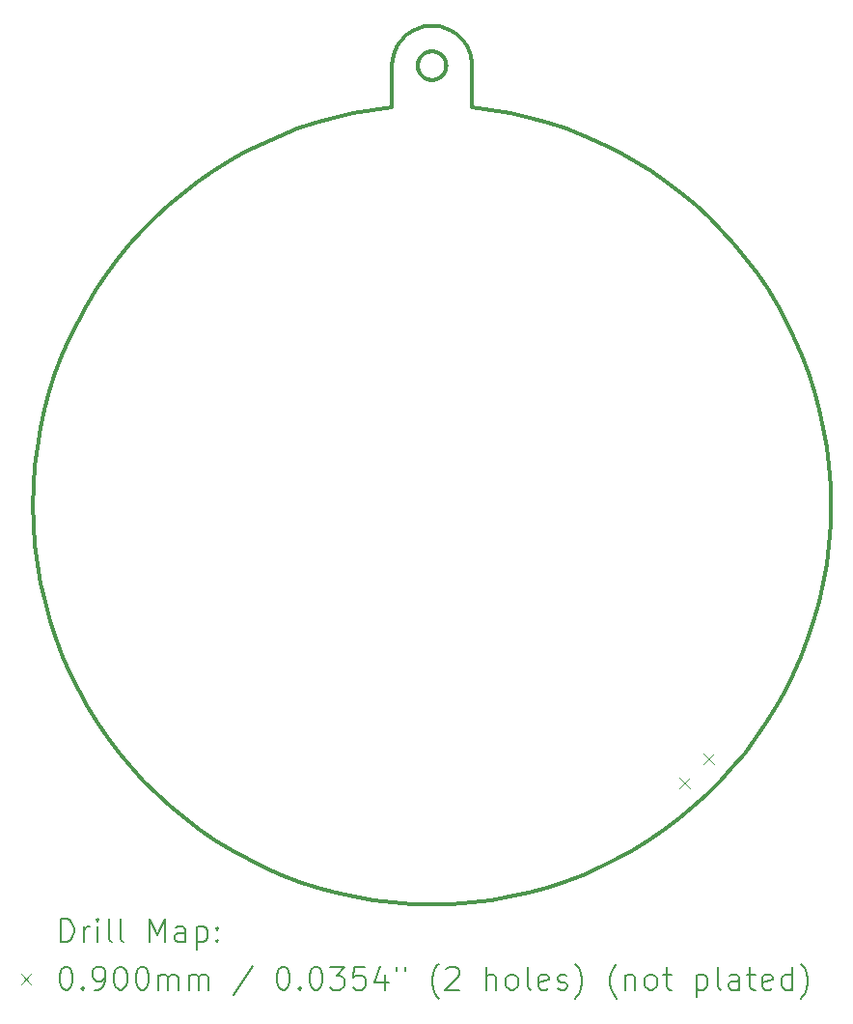
<source format=gbr>
%TF.GenerationSoftware,KiCad,Pcbnew,8.0.6*%
%TF.CreationDate,2024-11-04T22:38:31+01:00*%
%TF.ProjectId,christmas_ornament_2024,63687269-7374-46d6-9173-5f6f726e616d,1.0*%
%TF.SameCoordinates,Original*%
%TF.FileFunction,Drillmap*%
%TF.FilePolarity,Positive*%
%FSLAX45Y45*%
G04 Gerber Fmt 4.5, Leading zero omitted, Abs format (unit mm)*
G04 Created by KiCad (PCBNEW 8.0.6) date 2024-11-04 22:38:31*
%MOMM*%
%LPD*%
G01*
G04 APERTURE LIST*
%ADD10C,0.349999*%
%ADD11C,0.200000*%
%ADD12C,0.100000*%
G04 APERTURE END LIST*
D10*
X15259113Y-5277864D02*
X15265461Y-5278347D01*
X15271717Y-5279142D01*
X15277872Y-5280241D01*
X15283920Y-5281637D01*
X15289852Y-5283321D01*
X15295660Y-5285287D01*
X15301336Y-5287525D01*
X15306873Y-5290028D01*
X15312263Y-5292788D01*
X15317498Y-5295798D01*
X15322569Y-5299050D01*
X15327470Y-5302535D01*
X15332192Y-5306245D01*
X15336728Y-5310174D01*
X15341069Y-5314313D01*
X15345208Y-5318654D01*
X15349137Y-5323190D01*
X15352847Y-5327912D01*
X15356333Y-5332813D01*
X15359584Y-5337884D01*
X15362594Y-5343119D01*
X15365354Y-5348509D01*
X15367857Y-5354046D01*
X15370096Y-5359722D01*
X15372061Y-5365530D01*
X15373745Y-5371462D01*
X15375141Y-5377510D01*
X15376240Y-5383665D01*
X15377035Y-5389921D01*
X15377518Y-5396269D01*
X15377681Y-5402702D01*
X15377518Y-5409134D01*
X15377035Y-5415482D01*
X15376240Y-5421738D01*
X15375141Y-5427893D01*
X15373745Y-5433941D01*
X15372061Y-5439873D01*
X15370096Y-5445681D01*
X15367857Y-5451357D01*
X15365354Y-5456894D01*
X15362594Y-5462284D01*
X15359584Y-5467519D01*
X15356333Y-5472590D01*
X15352847Y-5477491D01*
X15349137Y-5482213D01*
X15345208Y-5486749D01*
X15341069Y-5491090D01*
X15336728Y-5495229D01*
X15332192Y-5499158D01*
X15327470Y-5502869D01*
X15322569Y-5506354D01*
X15317498Y-5509605D01*
X15312263Y-5512615D01*
X15306873Y-5515375D01*
X15301336Y-5517878D01*
X15295660Y-5520117D01*
X15289852Y-5522082D01*
X15283920Y-5523766D01*
X15277872Y-5525162D01*
X15271717Y-5526261D01*
X15265461Y-5527056D01*
X15259113Y-5527539D01*
X15252681Y-5527702D01*
X15246248Y-5527539D01*
X15239900Y-5527056D01*
X15233644Y-5526261D01*
X15227489Y-5525162D01*
X15221441Y-5523766D01*
X15215509Y-5522082D01*
X15209701Y-5520117D01*
X15204025Y-5517878D01*
X15198488Y-5515375D01*
X15193098Y-5512615D01*
X15187863Y-5509605D01*
X15182792Y-5506354D01*
X15177891Y-5502869D01*
X15173169Y-5499158D01*
X15168633Y-5495229D01*
X15164292Y-5491090D01*
X15160153Y-5486749D01*
X15156224Y-5482213D01*
X15152514Y-5477491D01*
X15149029Y-5472590D01*
X15145777Y-5467519D01*
X15142767Y-5462284D01*
X15140007Y-5456894D01*
X15137504Y-5451357D01*
X15135265Y-5445681D01*
X15133300Y-5439873D01*
X15131616Y-5433941D01*
X15130220Y-5427893D01*
X15129121Y-5421738D01*
X15128326Y-5415482D01*
X15127843Y-5409134D01*
X15127681Y-5402702D01*
X15127843Y-5396269D01*
X15128326Y-5389921D01*
X15129121Y-5383665D01*
X15130220Y-5377510D01*
X15131616Y-5371462D01*
X15133300Y-5365530D01*
X15135265Y-5359722D01*
X15137504Y-5354046D01*
X15140007Y-5348509D01*
X15142767Y-5343119D01*
X15145777Y-5337884D01*
X15149029Y-5332813D01*
X15152514Y-5327912D01*
X15156224Y-5323190D01*
X15160153Y-5318654D01*
X15164292Y-5314313D01*
X15168633Y-5310174D01*
X15173169Y-5306245D01*
X15177891Y-5302535D01*
X15182792Y-5299050D01*
X15187863Y-5295798D01*
X15193098Y-5292788D01*
X15198488Y-5290028D01*
X15204025Y-5287525D01*
X15209701Y-5285287D01*
X15215509Y-5283321D01*
X15221441Y-5281637D01*
X15227489Y-5280241D01*
X15233644Y-5279142D01*
X15239900Y-5278347D01*
X15246248Y-5277864D01*
X15252681Y-5277702D01*
X15259113Y-5277864D01*
X15275329Y-5053434D02*
X15297903Y-5055632D01*
X15320330Y-5059296D01*
X15342536Y-5064424D01*
X15364448Y-5071018D01*
X15385992Y-5079078D01*
X15407094Y-5088603D01*
X15427681Y-5099593D01*
X15447492Y-5111926D01*
X15466291Y-5125439D01*
X15484043Y-5140066D01*
X15500709Y-5155745D01*
X15516254Y-5172412D01*
X15530640Y-5190003D01*
X15543831Y-5208454D01*
X15555789Y-5227701D01*
X15566479Y-5247682D01*
X15575863Y-5268331D01*
X15583904Y-5289585D01*
X15590565Y-5311380D01*
X15595810Y-5333654D01*
X15599603Y-5356341D01*
X15601905Y-5379378D01*
X15602681Y-5402702D01*
X15602678Y-5770241D01*
X15775221Y-5791854D01*
X15944815Y-5821586D01*
X16111274Y-5859223D01*
X16274415Y-5904552D01*
X16434053Y-5957357D01*
X16590006Y-6017426D01*
X16742089Y-6084545D01*
X16890118Y-6158499D01*
X17033909Y-6239074D01*
X17173278Y-6326058D01*
X17308041Y-6419235D01*
X17438015Y-6518392D01*
X17563014Y-6623315D01*
X17682856Y-6733790D01*
X17797356Y-6849604D01*
X17906330Y-6970541D01*
X18009595Y-7096389D01*
X18106966Y-7226934D01*
X18198260Y-7361961D01*
X18283292Y-7501257D01*
X18361878Y-7644607D01*
X18433835Y-7791799D01*
X18498979Y-7942617D01*
X18557125Y-8096848D01*
X18608090Y-8254278D01*
X18651689Y-8414694D01*
X18687739Y-8577881D01*
X18716056Y-8743625D01*
X18736456Y-8911713D01*
X18748755Y-9081930D01*
X18752768Y-9254063D01*
X18748312Y-9427898D01*
X18735364Y-9601307D01*
X18714160Y-9772176D01*
X18684903Y-9940310D01*
X18647799Y-10105516D01*
X18603051Y-10267598D01*
X18550865Y-10426363D01*
X18491444Y-10581615D01*
X18424994Y-10733161D01*
X18351718Y-10880805D01*
X18271821Y-11024354D01*
X18185507Y-11163613D01*
X18092981Y-11298387D01*
X17994447Y-11428482D01*
X17890110Y-11553705D01*
X17780174Y-11673859D01*
X17664843Y-11788751D01*
X17544323Y-11898187D01*
X17418816Y-12001971D01*
X17288529Y-12099910D01*
X17153665Y-12191809D01*
X17014428Y-12277473D01*
X16871024Y-12356709D01*
X16723656Y-12429321D01*
X16572529Y-12495115D01*
X16417847Y-12553897D01*
X16259816Y-12605473D01*
X16098638Y-12649648D01*
X15934519Y-12686227D01*
X15767664Y-12715016D01*
X15598275Y-12735820D01*
X15426559Y-12748446D01*
X15252719Y-12752698D01*
X15078880Y-12748448D01*
X14907163Y-12735824D01*
X14737775Y-12715022D01*
X14570919Y-12686234D01*
X14406800Y-12649657D01*
X14245622Y-12605485D01*
X14087590Y-12553911D01*
X13932907Y-12495130D01*
X13781780Y-12429338D01*
X13634411Y-12356727D01*
X13491006Y-12277493D01*
X13351768Y-12191831D01*
X13216903Y-12099933D01*
X13086615Y-12001996D01*
X12961107Y-11898213D01*
X12840585Y-11788779D01*
X12725254Y-11673888D01*
X12615316Y-11553735D01*
X12510978Y-11428514D01*
X12412442Y-11298420D01*
X12319915Y-11163646D01*
X12233599Y-11024389D01*
X12153701Y-10880841D01*
X12080423Y-10733197D01*
X12013971Y-10581652D01*
X11954548Y-10426401D01*
X11902360Y-10267637D01*
X11857611Y-10105555D01*
X11820505Y-9940350D01*
X11791246Y-9772216D01*
X11770040Y-9601347D01*
X11757090Y-9427938D01*
X11752632Y-9254103D01*
X11756643Y-9081970D01*
X11768940Y-8911753D01*
X11789338Y-8743665D01*
X11817653Y-8577920D01*
X11853701Y-8414733D01*
X11897298Y-8254317D01*
X11948261Y-8096886D01*
X12006406Y-7942654D01*
X12071548Y-7791835D01*
X12143503Y-7644643D01*
X12222088Y-7501292D01*
X12307118Y-7361995D01*
X12398410Y-7226967D01*
X12495779Y-7096421D01*
X12599043Y-6970572D01*
X12708015Y-6849633D01*
X12822514Y-6733818D01*
X12942355Y-6623342D01*
X13067353Y-6518417D01*
X13197325Y-6419259D01*
X13332087Y-6326080D01*
X13471455Y-6239095D01*
X13615245Y-6158518D01*
X13763273Y-6084562D01*
X13915355Y-6017442D01*
X14071307Y-5957371D01*
X14230945Y-5904564D01*
X14394086Y-5859233D01*
X14560544Y-5821594D01*
X14730137Y-5791860D01*
X14902681Y-5770245D01*
X14902681Y-5402702D01*
X14902875Y-5391008D01*
X14903456Y-5379378D01*
X14904419Y-5367820D01*
X14905758Y-5356341D01*
X14907471Y-5344949D01*
X14909551Y-5333654D01*
X14911994Y-5322461D01*
X14914796Y-5311380D01*
X14917952Y-5300419D01*
X14921457Y-5289585D01*
X14925308Y-5278886D01*
X14929498Y-5268331D01*
X14934025Y-5257926D01*
X14938882Y-5247682D01*
X14944066Y-5237604D01*
X14949572Y-5227701D01*
X14955395Y-5217982D01*
X14961530Y-5208454D01*
X14967974Y-5199125D01*
X14974721Y-5190003D01*
X14981767Y-5181096D01*
X14989107Y-5172412D01*
X14996737Y-5163959D01*
X15004652Y-5155745D01*
X15012847Y-5147778D01*
X15021318Y-5140066D01*
X15030061Y-5132617D01*
X15039070Y-5125439D01*
X15048341Y-5118539D01*
X15057869Y-5111926D01*
X15067651Y-5105608D01*
X15077681Y-5099593D01*
X15098267Y-5088603D01*
X15119369Y-5079078D01*
X15140913Y-5071018D01*
X15162825Y-5064424D01*
X15185031Y-5059296D01*
X15207458Y-5055632D01*
X15230033Y-5053434D01*
X15252681Y-5052702D01*
X15275329Y-5053434D01*
D11*
D12*
X17423081Y-11643445D02*
X17513081Y-11733445D01*
X17513081Y-11643445D02*
X17423081Y-11733445D01*
X17635213Y-11431313D02*
X17725213Y-11521313D01*
X17725213Y-11431313D02*
X17635213Y-11521313D01*
D11*
X11995909Y-13081682D02*
X11995909Y-12881682D01*
X11995909Y-12881682D02*
X12043528Y-12881682D01*
X12043528Y-12881682D02*
X12072099Y-12891206D01*
X12072099Y-12891206D02*
X12091147Y-12910254D01*
X12091147Y-12910254D02*
X12100671Y-12929301D01*
X12100671Y-12929301D02*
X12110194Y-12967396D01*
X12110194Y-12967396D02*
X12110194Y-12995968D01*
X12110194Y-12995968D02*
X12100671Y-13034063D01*
X12100671Y-13034063D02*
X12091147Y-13053111D01*
X12091147Y-13053111D02*
X12072099Y-13072158D01*
X12072099Y-13072158D02*
X12043528Y-13081682D01*
X12043528Y-13081682D02*
X11995909Y-13081682D01*
X12195909Y-13081682D02*
X12195909Y-12948349D01*
X12195909Y-12986444D02*
X12205433Y-12967396D01*
X12205433Y-12967396D02*
X12214956Y-12957873D01*
X12214956Y-12957873D02*
X12234004Y-12948349D01*
X12234004Y-12948349D02*
X12253052Y-12948349D01*
X12319718Y-13081682D02*
X12319718Y-12948349D01*
X12319718Y-12881682D02*
X12310194Y-12891206D01*
X12310194Y-12891206D02*
X12319718Y-12900730D01*
X12319718Y-12900730D02*
X12329242Y-12891206D01*
X12329242Y-12891206D02*
X12319718Y-12881682D01*
X12319718Y-12881682D02*
X12319718Y-12900730D01*
X12443528Y-13081682D02*
X12424480Y-13072158D01*
X12424480Y-13072158D02*
X12414956Y-13053111D01*
X12414956Y-13053111D02*
X12414956Y-12881682D01*
X12548290Y-13081682D02*
X12529242Y-13072158D01*
X12529242Y-13072158D02*
X12519718Y-13053111D01*
X12519718Y-13053111D02*
X12519718Y-12881682D01*
X12776861Y-13081682D02*
X12776861Y-12881682D01*
X12776861Y-12881682D02*
X12843528Y-13024539D01*
X12843528Y-13024539D02*
X12910194Y-12881682D01*
X12910194Y-12881682D02*
X12910194Y-13081682D01*
X13091147Y-13081682D02*
X13091147Y-12976920D01*
X13091147Y-12976920D02*
X13081623Y-12957873D01*
X13081623Y-12957873D02*
X13062575Y-12948349D01*
X13062575Y-12948349D02*
X13024480Y-12948349D01*
X13024480Y-12948349D02*
X13005433Y-12957873D01*
X13091147Y-13072158D02*
X13072099Y-13081682D01*
X13072099Y-13081682D02*
X13024480Y-13081682D01*
X13024480Y-13081682D02*
X13005433Y-13072158D01*
X13005433Y-13072158D02*
X12995909Y-13053111D01*
X12995909Y-13053111D02*
X12995909Y-13034063D01*
X12995909Y-13034063D02*
X13005433Y-13015015D01*
X13005433Y-13015015D02*
X13024480Y-13005492D01*
X13024480Y-13005492D02*
X13072099Y-13005492D01*
X13072099Y-13005492D02*
X13091147Y-12995968D01*
X13186385Y-12948349D02*
X13186385Y-13148349D01*
X13186385Y-12957873D02*
X13205433Y-12948349D01*
X13205433Y-12948349D02*
X13243528Y-12948349D01*
X13243528Y-12948349D02*
X13262575Y-12957873D01*
X13262575Y-12957873D02*
X13272099Y-12967396D01*
X13272099Y-12967396D02*
X13281623Y-12986444D01*
X13281623Y-12986444D02*
X13281623Y-13043587D01*
X13281623Y-13043587D02*
X13272099Y-13062634D01*
X13272099Y-13062634D02*
X13262575Y-13072158D01*
X13262575Y-13072158D02*
X13243528Y-13081682D01*
X13243528Y-13081682D02*
X13205433Y-13081682D01*
X13205433Y-13081682D02*
X13186385Y-13072158D01*
X13367337Y-13062634D02*
X13376861Y-13072158D01*
X13376861Y-13072158D02*
X13367337Y-13081682D01*
X13367337Y-13081682D02*
X13357814Y-13072158D01*
X13357814Y-13072158D02*
X13367337Y-13062634D01*
X13367337Y-13062634D02*
X13367337Y-13081682D01*
X13367337Y-12957873D02*
X13376861Y-12967396D01*
X13376861Y-12967396D02*
X13367337Y-12976920D01*
X13367337Y-12976920D02*
X13357814Y-12967396D01*
X13357814Y-12967396D02*
X13367337Y-12957873D01*
X13367337Y-12957873D02*
X13367337Y-12976920D01*
D12*
X11645132Y-13365198D02*
X11735132Y-13455198D01*
X11735132Y-13365198D02*
X11645132Y-13455198D01*
D11*
X12034004Y-13301682D02*
X12053052Y-13301682D01*
X12053052Y-13301682D02*
X12072099Y-13311206D01*
X12072099Y-13311206D02*
X12081623Y-13320730D01*
X12081623Y-13320730D02*
X12091147Y-13339777D01*
X12091147Y-13339777D02*
X12100671Y-13377873D01*
X12100671Y-13377873D02*
X12100671Y-13425492D01*
X12100671Y-13425492D02*
X12091147Y-13463587D01*
X12091147Y-13463587D02*
X12081623Y-13482634D01*
X12081623Y-13482634D02*
X12072099Y-13492158D01*
X12072099Y-13492158D02*
X12053052Y-13501682D01*
X12053052Y-13501682D02*
X12034004Y-13501682D01*
X12034004Y-13501682D02*
X12014956Y-13492158D01*
X12014956Y-13492158D02*
X12005433Y-13482634D01*
X12005433Y-13482634D02*
X11995909Y-13463587D01*
X11995909Y-13463587D02*
X11986385Y-13425492D01*
X11986385Y-13425492D02*
X11986385Y-13377873D01*
X11986385Y-13377873D02*
X11995909Y-13339777D01*
X11995909Y-13339777D02*
X12005433Y-13320730D01*
X12005433Y-13320730D02*
X12014956Y-13311206D01*
X12014956Y-13311206D02*
X12034004Y-13301682D01*
X12186385Y-13482634D02*
X12195909Y-13492158D01*
X12195909Y-13492158D02*
X12186385Y-13501682D01*
X12186385Y-13501682D02*
X12176861Y-13492158D01*
X12176861Y-13492158D02*
X12186385Y-13482634D01*
X12186385Y-13482634D02*
X12186385Y-13501682D01*
X12291147Y-13501682D02*
X12329242Y-13501682D01*
X12329242Y-13501682D02*
X12348290Y-13492158D01*
X12348290Y-13492158D02*
X12357814Y-13482634D01*
X12357814Y-13482634D02*
X12376861Y-13454063D01*
X12376861Y-13454063D02*
X12386385Y-13415968D01*
X12386385Y-13415968D02*
X12386385Y-13339777D01*
X12386385Y-13339777D02*
X12376861Y-13320730D01*
X12376861Y-13320730D02*
X12367337Y-13311206D01*
X12367337Y-13311206D02*
X12348290Y-13301682D01*
X12348290Y-13301682D02*
X12310194Y-13301682D01*
X12310194Y-13301682D02*
X12291147Y-13311206D01*
X12291147Y-13311206D02*
X12281623Y-13320730D01*
X12281623Y-13320730D02*
X12272099Y-13339777D01*
X12272099Y-13339777D02*
X12272099Y-13387396D01*
X12272099Y-13387396D02*
X12281623Y-13406444D01*
X12281623Y-13406444D02*
X12291147Y-13415968D01*
X12291147Y-13415968D02*
X12310194Y-13425492D01*
X12310194Y-13425492D02*
X12348290Y-13425492D01*
X12348290Y-13425492D02*
X12367337Y-13415968D01*
X12367337Y-13415968D02*
X12376861Y-13406444D01*
X12376861Y-13406444D02*
X12386385Y-13387396D01*
X12510194Y-13301682D02*
X12529242Y-13301682D01*
X12529242Y-13301682D02*
X12548290Y-13311206D01*
X12548290Y-13311206D02*
X12557814Y-13320730D01*
X12557814Y-13320730D02*
X12567337Y-13339777D01*
X12567337Y-13339777D02*
X12576861Y-13377873D01*
X12576861Y-13377873D02*
X12576861Y-13425492D01*
X12576861Y-13425492D02*
X12567337Y-13463587D01*
X12567337Y-13463587D02*
X12557814Y-13482634D01*
X12557814Y-13482634D02*
X12548290Y-13492158D01*
X12548290Y-13492158D02*
X12529242Y-13501682D01*
X12529242Y-13501682D02*
X12510194Y-13501682D01*
X12510194Y-13501682D02*
X12491147Y-13492158D01*
X12491147Y-13492158D02*
X12481623Y-13482634D01*
X12481623Y-13482634D02*
X12472099Y-13463587D01*
X12472099Y-13463587D02*
X12462575Y-13425492D01*
X12462575Y-13425492D02*
X12462575Y-13377873D01*
X12462575Y-13377873D02*
X12472099Y-13339777D01*
X12472099Y-13339777D02*
X12481623Y-13320730D01*
X12481623Y-13320730D02*
X12491147Y-13311206D01*
X12491147Y-13311206D02*
X12510194Y-13301682D01*
X12700671Y-13301682D02*
X12719718Y-13301682D01*
X12719718Y-13301682D02*
X12738766Y-13311206D01*
X12738766Y-13311206D02*
X12748290Y-13320730D01*
X12748290Y-13320730D02*
X12757814Y-13339777D01*
X12757814Y-13339777D02*
X12767337Y-13377873D01*
X12767337Y-13377873D02*
X12767337Y-13425492D01*
X12767337Y-13425492D02*
X12757814Y-13463587D01*
X12757814Y-13463587D02*
X12748290Y-13482634D01*
X12748290Y-13482634D02*
X12738766Y-13492158D01*
X12738766Y-13492158D02*
X12719718Y-13501682D01*
X12719718Y-13501682D02*
X12700671Y-13501682D01*
X12700671Y-13501682D02*
X12681623Y-13492158D01*
X12681623Y-13492158D02*
X12672099Y-13482634D01*
X12672099Y-13482634D02*
X12662575Y-13463587D01*
X12662575Y-13463587D02*
X12653052Y-13425492D01*
X12653052Y-13425492D02*
X12653052Y-13377873D01*
X12653052Y-13377873D02*
X12662575Y-13339777D01*
X12662575Y-13339777D02*
X12672099Y-13320730D01*
X12672099Y-13320730D02*
X12681623Y-13311206D01*
X12681623Y-13311206D02*
X12700671Y-13301682D01*
X12853052Y-13501682D02*
X12853052Y-13368349D01*
X12853052Y-13387396D02*
X12862575Y-13377873D01*
X12862575Y-13377873D02*
X12881623Y-13368349D01*
X12881623Y-13368349D02*
X12910195Y-13368349D01*
X12910195Y-13368349D02*
X12929242Y-13377873D01*
X12929242Y-13377873D02*
X12938766Y-13396920D01*
X12938766Y-13396920D02*
X12938766Y-13501682D01*
X12938766Y-13396920D02*
X12948290Y-13377873D01*
X12948290Y-13377873D02*
X12967337Y-13368349D01*
X12967337Y-13368349D02*
X12995909Y-13368349D01*
X12995909Y-13368349D02*
X13014956Y-13377873D01*
X13014956Y-13377873D02*
X13024480Y-13396920D01*
X13024480Y-13396920D02*
X13024480Y-13501682D01*
X13119718Y-13501682D02*
X13119718Y-13368349D01*
X13119718Y-13387396D02*
X13129242Y-13377873D01*
X13129242Y-13377873D02*
X13148290Y-13368349D01*
X13148290Y-13368349D02*
X13176861Y-13368349D01*
X13176861Y-13368349D02*
X13195909Y-13377873D01*
X13195909Y-13377873D02*
X13205433Y-13396920D01*
X13205433Y-13396920D02*
X13205433Y-13501682D01*
X13205433Y-13396920D02*
X13214956Y-13377873D01*
X13214956Y-13377873D02*
X13234004Y-13368349D01*
X13234004Y-13368349D02*
X13262575Y-13368349D01*
X13262575Y-13368349D02*
X13281623Y-13377873D01*
X13281623Y-13377873D02*
X13291147Y-13396920D01*
X13291147Y-13396920D02*
X13291147Y-13501682D01*
X13681623Y-13292158D02*
X13510195Y-13549301D01*
X13938766Y-13301682D02*
X13957814Y-13301682D01*
X13957814Y-13301682D02*
X13976861Y-13311206D01*
X13976861Y-13311206D02*
X13986385Y-13320730D01*
X13986385Y-13320730D02*
X13995909Y-13339777D01*
X13995909Y-13339777D02*
X14005433Y-13377873D01*
X14005433Y-13377873D02*
X14005433Y-13425492D01*
X14005433Y-13425492D02*
X13995909Y-13463587D01*
X13995909Y-13463587D02*
X13986385Y-13482634D01*
X13986385Y-13482634D02*
X13976861Y-13492158D01*
X13976861Y-13492158D02*
X13957814Y-13501682D01*
X13957814Y-13501682D02*
X13938766Y-13501682D01*
X13938766Y-13501682D02*
X13919718Y-13492158D01*
X13919718Y-13492158D02*
X13910195Y-13482634D01*
X13910195Y-13482634D02*
X13900671Y-13463587D01*
X13900671Y-13463587D02*
X13891147Y-13425492D01*
X13891147Y-13425492D02*
X13891147Y-13377873D01*
X13891147Y-13377873D02*
X13900671Y-13339777D01*
X13900671Y-13339777D02*
X13910195Y-13320730D01*
X13910195Y-13320730D02*
X13919718Y-13311206D01*
X13919718Y-13311206D02*
X13938766Y-13301682D01*
X14091147Y-13482634D02*
X14100671Y-13492158D01*
X14100671Y-13492158D02*
X14091147Y-13501682D01*
X14091147Y-13501682D02*
X14081623Y-13492158D01*
X14081623Y-13492158D02*
X14091147Y-13482634D01*
X14091147Y-13482634D02*
X14091147Y-13501682D01*
X14224480Y-13301682D02*
X14243528Y-13301682D01*
X14243528Y-13301682D02*
X14262576Y-13311206D01*
X14262576Y-13311206D02*
X14272099Y-13320730D01*
X14272099Y-13320730D02*
X14281623Y-13339777D01*
X14281623Y-13339777D02*
X14291147Y-13377873D01*
X14291147Y-13377873D02*
X14291147Y-13425492D01*
X14291147Y-13425492D02*
X14281623Y-13463587D01*
X14281623Y-13463587D02*
X14272099Y-13482634D01*
X14272099Y-13482634D02*
X14262576Y-13492158D01*
X14262576Y-13492158D02*
X14243528Y-13501682D01*
X14243528Y-13501682D02*
X14224480Y-13501682D01*
X14224480Y-13501682D02*
X14205433Y-13492158D01*
X14205433Y-13492158D02*
X14195909Y-13482634D01*
X14195909Y-13482634D02*
X14186385Y-13463587D01*
X14186385Y-13463587D02*
X14176861Y-13425492D01*
X14176861Y-13425492D02*
X14176861Y-13377873D01*
X14176861Y-13377873D02*
X14186385Y-13339777D01*
X14186385Y-13339777D02*
X14195909Y-13320730D01*
X14195909Y-13320730D02*
X14205433Y-13311206D01*
X14205433Y-13311206D02*
X14224480Y-13301682D01*
X14357814Y-13301682D02*
X14481623Y-13301682D01*
X14481623Y-13301682D02*
X14414957Y-13377873D01*
X14414957Y-13377873D02*
X14443528Y-13377873D01*
X14443528Y-13377873D02*
X14462576Y-13387396D01*
X14462576Y-13387396D02*
X14472099Y-13396920D01*
X14472099Y-13396920D02*
X14481623Y-13415968D01*
X14481623Y-13415968D02*
X14481623Y-13463587D01*
X14481623Y-13463587D02*
X14472099Y-13482634D01*
X14472099Y-13482634D02*
X14462576Y-13492158D01*
X14462576Y-13492158D02*
X14443528Y-13501682D01*
X14443528Y-13501682D02*
X14386385Y-13501682D01*
X14386385Y-13501682D02*
X14367338Y-13492158D01*
X14367338Y-13492158D02*
X14357814Y-13482634D01*
X14662576Y-13301682D02*
X14567338Y-13301682D01*
X14567338Y-13301682D02*
X14557814Y-13396920D01*
X14557814Y-13396920D02*
X14567338Y-13387396D01*
X14567338Y-13387396D02*
X14586385Y-13377873D01*
X14586385Y-13377873D02*
X14634004Y-13377873D01*
X14634004Y-13377873D02*
X14653052Y-13387396D01*
X14653052Y-13387396D02*
X14662576Y-13396920D01*
X14662576Y-13396920D02*
X14672099Y-13415968D01*
X14672099Y-13415968D02*
X14672099Y-13463587D01*
X14672099Y-13463587D02*
X14662576Y-13482634D01*
X14662576Y-13482634D02*
X14653052Y-13492158D01*
X14653052Y-13492158D02*
X14634004Y-13501682D01*
X14634004Y-13501682D02*
X14586385Y-13501682D01*
X14586385Y-13501682D02*
X14567338Y-13492158D01*
X14567338Y-13492158D02*
X14557814Y-13482634D01*
X14843528Y-13368349D02*
X14843528Y-13501682D01*
X14795909Y-13292158D02*
X14748290Y-13435015D01*
X14748290Y-13435015D02*
X14872099Y-13435015D01*
X14938766Y-13301682D02*
X14938766Y-13339777D01*
X15014957Y-13301682D02*
X15014957Y-13339777D01*
X15310195Y-13577873D02*
X15300671Y-13568349D01*
X15300671Y-13568349D02*
X15281623Y-13539777D01*
X15281623Y-13539777D02*
X15272100Y-13520730D01*
X15272100Y-13520730D02*
X15262576Y-13492158D01*
X15262576Y-13492158D02*
X15253052Y-13444539D01*
X15253052Y-13444539D02*
X15253052Y-13406444D01*
X15253052Y-13406444D02*
X15262576Y-13358825D01*
X15262576Y-13358825D02*
X15272100Y-13330254D01*
X15272100Y-13330254D02*
X15281623Y-13311206D01*
X15281623Y-13311206D02*
X15300671Y-13282634D01*
X15300671Y-13282634D02*
X15310195Y-13273111D01*
X15376861Y-13320730D02*
X15386385Y-13311206D01*
X15386385Y-13311206D02*
X15405433Y-13301682D01*
X15405433Y-13301682D02*
X15453052Y-13301682D01*
X15453052Y-13301682D02*
X15472100Y-13311206D01*
X15472100Y-13311206D02*
X15481623Y-13320730D01*
X15481623Y-13320730D02*
X15491147Y-13339777D01*
X15491147Y-13339777D02*
X15491147Y-13358825D01*
X15491147Y-13358825D02*
X15481623Y-13387396D01*
X15481623Y-13387396D02*
X15367338Y-13501682D01*
X15367338Y-13501682D02*
X15491147Y-13501682D01*
X15729242Y-13501682D02*
X15729242Y-13301682D01*
X15814957Y-13501682D02*
X15814957Y-13396920D01*
X15814957Y-13396920D02*
X15805433Y-13377873D01*
X15805433Y-13377873D02*
X15786385Y-13368349D01*
X15786385Y-13368349D02*
X15757814Y-13368349D01*
X15757814Y-13368349D02*
X15738766Y-13377873D01*
X15738766Y-13377873D02*
X15729242Y-13387396D01*
X15938766Y-13501682D02*
X15919719Y-13492158D01*
X15919719Y-13492158D02*
X15910195Y-13482634D01*
X15910195Y-13482634D02*
X15900671Y-13463587D01*
X15900671Y-13463587D02*
X15900671Y-13406444D01*
X15900671Y-13406444D02*
X15910195Y-13387396D01*
X15910195Y-13387396D02*
X15919719Y-13377873D01*
X15919719Y-13377873D02*
X15938766Y-13368349D01*
X15938766Y-13368349D02*
X15967338Y-13368349D01*
X15967338Y-13368349D02*
X15986385Y-13377873D01*
X15986385Y-13377873D02*
X15995909Y-13387396D01*
X15995909Y-13387396D02*
X16005433Y-13406444D01*
X16005433Y-13406444D02*
X16005433Y-13463587D01*
X16005433Y-13463587D02*
X15995909Y-13482634D01*
X15995909Y-13482634D02*
X15986385Y-13492158D01*
X15986385Y-13492158D02*
X15967338Y-13501682D01*
X15967338Y-13501682D02*
X15938766Y-13501682D01*
X16119719Y-13501682D02*
X16100671Y-13492158D01*
X16100671Y-13492158D02*
X16091147Y-13473111D01*
X16091147Y-13473111D02*
X16091147Y-13301682D01*
X16272100Y-13492158D02*
X16253052Y-13501682D01*
X16253052Y-13501682D02*
X16214957Y-13501682D01*
X16214957Y-13501682D02*
X16195909Y-13492158D01*
X16195909Y-13492158D02*
X16186385Y-13473111D01*
X16186385Y-13473111D02*
X16186385Y-13396920D01*
X16186385Y-13396920D02*
X16195909Y-13377873D01*
X16195909Y-13377873D02*
X16214957Y-13368349D01*
X16214957Y-13368349D02*
X16253052Y-13368349D01*
X16253052Y-13368349D02*
X16272100Y-13377873D01*
X16272100Y-13377873D02*
X16281623Y-13396920D01*
X16281623Y-13396920D02*
X16281623Y-13415968D01*
X16281623Y-13415968D02*
X16186385Y-13435015D01*
X16357814Y-13492158D02*
X16376862Y-13501682D01*
X16376862Y-13501682D02*
X16414957Y-13501682D01*
X16414957Y-13501682D02*
X16434004Y-13492158D01*
X16434004Y-13492158D02*
X16443528Y-13473111D01*
X16443528Y-13473111D02*
X16443528Y-13463587D01*
X16443528Y-13463587D02*
X16434004Y-13444539D01*
X16434004Y-13444539D02*
X16414957Y-13435015D01*
X16414957Y-13435015D02*
X16386385Y-13435015D01*
X16386385Y-13435015D02*
X16367338Y-13425492D01*
X16367338Y-13425492D02*
X16357814Y-13406444D01*
X16357814Y-13406444D02*
X16357814Y-13396920D01*
X16357814Y-13396920D02*
X16367338Y-13377873D01*
X16367338Y-13377873D02*
X16386385Y-13368349D01*
X16386385Y-13368349D02*
X16414957Y-13368349D01*
X16414957Y-13368349D02*
X16434004Y-13377873D01*
X16510195Y-13577873D02*
X16519719Y-13568349D01*
X16519719Y-13568349D02*
X16538766Y-13539777D01*
X16538766Y-13539777D02*
X16548290Y-13520730D01*
X16548290Y-13520730D02*
X16557814Y-13492158D01*
X16557814Y-13492158D02*
X16567338Y-13444539D01*
X16567338Y-13444539D02*
X16567338Y-13406444D01*
X16567338Y-13406444D02*
X16557814Y-13358825D01*
X16557814Y-13358825D02*
X16548290Y-13330254D01*
X16548290Y-13330254D02*
X16538766Y-13311206D01*
X16538766Y-13311206D02*
X16519719Y-13282634D01*
X16519719Y-13282634D02*
X16510195Y-13273111D01*
X16872100Y-13577873D02*
X16862576Y-13568349D01*
X16862576Y-13568349D02*
X16843528Y-13539777D01*
X16843528Y-13539777D02*
X16834005Y-13520730D01*
X16834005Y-13520730D02*
X16824481Y-13492158D01*
X16824481Y-13492158D02*
X16814957Y-13444539D01*
X16814957Y-13444539D02*
X16814957Y-13406444D01*
X16814957Y-13406444D02*
X16824481Y-13358825D01*
X16824481Y-13358825D02*
X16834005Y-13330254D01*
X16834005Y-13330254D02*
X16843528Y-13311206D01*
X16843528Y-13311206D02*
X16862576Y-13282634D01*
X16862576Y-13282634D02*
X16872100Y-13273111D01*
X16948290Y-13368349D02*
X16948290Y-13501682D01*
X16948290Y-13387396D02*
X16957814Y-13377873D01*
X16957814Y-13377873D02*
X16976862Y-13368349D01*
X16976862Y-13368349D02*
X17005433Y-13368349D01*
X17005433Y-13368349D02*
X17024481Y-13377873D01*
X17024481Y-13377873D02*
X17034005Y-13396920D01*
X17034005Y-13396920D02*
X17034005Y-13501682D01*
X17157814Y-13501682D02*
X17138766Y-13492158D01*
X17138766Y-13492158D02*
X17129243Y-13482634D01*
X17129243Y-13482634D02*
X17119719Y-13463587D01*
X17119719Y-13463587D02*
X17119719Y-13406444D01*
X17119719Y-13406444D02*
X17129243Y-13387396D01*
X17129243Y-13387396D02*
X17138766Y-13377873D01*
X17138766Y-13377873D02*
X17157814Y-13368349D01*
X17157814Y-13368349D02*
X17186386Y-13368349D01*
X17186386Y-13368349D02*
X17205433Y-13377873D01*
X17205433Y-13377873D02*
X17214957Y-13387396D01*
X17214957Y-13387396D02*
X17224481Y-13406444D01*
X17224481Y-13406444D02*
X17224481Y-13463587D01*
X17224481Y-13463587D02*
X17214957Y-13482634D01*
X17214957Y-13482634D02*
X17205433Y-13492158D01*
X17205433Y-13492158D02*
X17186386Y-13501682D01*
X17186386Y-13501682D02*
X17157814Y-13501682D01*
X17281624Y-13368349D02*
X17357814Y-13368349D01*
X17310195Y-13301682D02*
X17310195Y-13473111D01*
X17310195Y-13473111D02*
X17319719Y-13492158D01*
X17319719Y-13492158D02*
X17338766Y-13501682D01*
X17338766Y-13501682D02*
X17357814Y-13501682D01*
X17576862Y-13368349D02*
X17576862Y-13568349D01*
X17576862Y-13377873D02*
X17595909Y-13368349D01*
X17595909Y-13368349D02*
X17634005Y-13368349D01*
X17634005Y-13368349D02*
X17653052Y-13377873D01*
X17653052Y-13377873D02*
X17662576Y-13387396D01*
X17662576Y-13387396D02*
X17672100Y-13406444D01*
X17672100Y-13406444D02*
X17672100Y-13463587D01*
X17672100Y-13463587D02*
X17662576Y-13482634D01*
X17662576Y-13482634D02*
X17653052Y-13492158D01*
X17653052Y-13492158D02*
X17634005Y-13501682D01*
X17634005Y-13501682D02*
X17595909Y-13501682D01*
X17595909Y-13501682D02*
X17576862Y-13492158D01*
X17786386Y-13501682D02*
X17767338Y-13492158D01*
X17767338Y-13492158D02*
X17757814Y-13473111D01*
X17757814Y-13473111D02*
X17757814Y-13301682D01*
X17948290Y-13501682D02*
X17948290Y-13396920D01*
X17948290Y-13396920D02*
X17938767Y-13377873D01*
X17938767Y-13377873D02*
X17919719Y-13368349D01*
X17919719Y-13368349D02*
X17881624Y-13368349D01*
X17881624Y-13368349D02*
X17862576Y-13377873D01*
X17948290Y-13492158D02*
X17929243Y-13501682D01*
X17929243Y-13501682D02*
X17881624Y-13501682D01*
X17881624Y-13501682D02*
X17862576Y-13492158D01*
X17862576Y-13492158D02*
X17853052Y-13473111D01*
X17853052Y-13473111D02*
X17853052Y-13454063D01*
X17853052Y-13454063D02*
X17862576Y-13435015D01*
X17862576Y-13435015D02*
X17881624Y-13425492D01*
X17881624Y-13425492D02*
X17929243Y-13425492D01*
X17929243Y-13425492D02*
X17948290Y-13415968D01*
X18014957Y-13368349D02*
X18091147Y-13368349D01*
X18043528Y-13301682D02*
X18043528Y-13473111D01*
X18043528Y-13473111D02*
X18053052Y-13492158D01*
X18053052Y-13492158D02*
X18072100Y-13501682D01*
X18072100Y-13501682D02*
X18091147Y-13501682D01*
X18234005Y-13492158D02*
X18214957Y-13501682D01*
X18214957Y-13501682D02*
X18176862Y-13501682D01*
X18176862Y-13501682D02*
X18157814Y-13492158D01*
X18157814Y-13492158D02*
X18148290Y-13473111D01*
X18148290Y-13473111D02*
X18148290Y-13396920D01*
X18148290Y-13396920D02*
X18157814Y-13377873D01*
X18157814Y-13377873D02*
X18176862Y-13368349D01*
X18176862Y-13368349D02*
X18214957Y-13368349D01*
X18214957Y-13368349D02*
X18234005Y-13377873D01*
X18234005Y-13377873D02*
X18243528Y-13396920D01*
X18243528Y-13396920D02*
X18243528Y-13415968D01*
X18243528Y-13415968D02*
X18148290Y-13435015D01*
X18414957Y-13501682D02*
X18414957Y-13301682D01*
X18414957Y-13492158D02*
X18395909Y-13501682D01*
X18395909Y-13501682D02*
X18357814Y-13501682D01*
X18357814Y-13501682D02*
X18338767Y-13492158D01*
X18338767Y-13492158D02*
X18329243Y-13482634D01*
X18329243Y-13482634D02*
X18319719Y-13463587D01*
X18319719Y-13463587D02*
X18319719Y-13406444D01*
X18319719Y-13406444D02*
X18329243Y-13387396D01*
X18329243Y-13387396D02*
X18338767Y-13377873D01*
X18338767Y-13377873D02*
X18357814Y-13368349D01*
X18357814Y-13368349D02*
X18395909Y-13368349D01*
X18395909Y-13368349D02*
X18414957Y-13377873D01*
X18491148Y-13577873D02*
X18500671Y-13568349D01*
X18500671Y-13568349D02*
X18519719Y-13539777D01*
X18519719Y-13539777D02*
X18529243Y-13520730D01*
X18529243Y-13520730D02*
X18538767Y-13492158D01*
X18538767Y-13492158D02*
X18548290Y-13444539D01*
X18548290Y-13444539D02*
X18548290Y-13406444D01*
X18548290Y-13406444D02*
X18538767Y-13358825D01*
X18538767Y-13358825D02*
X18529243Y-13330254D01*
X18529243Y-13330254D02*
X18519719Y-13311206D01*
X18519719Y-13311206D02*
X18500671Y-13282634D01*
X18500671Y-13282634D02*
X18491148Y-13273111D01*
M02*

</source>
